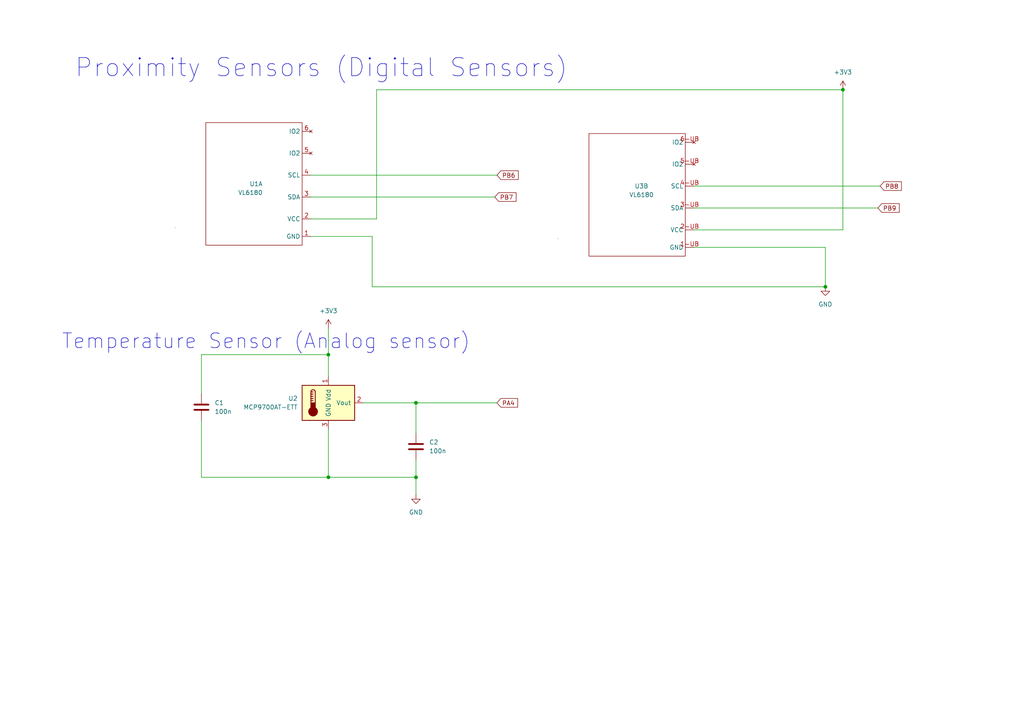
<source format=kicad_sch>
(kicad_sch (version 20211123) (generator eeschema)

  (uuid ae78189d-79c7-41a0-b77c-3bb766898352)

  (paper "A4")

  (title_block
    (title "Sensors")
    (date "2022-03-04")
    (rev "01")
    (company "University of Cape Town")
    (comment 1 "Author: Munashe Chihota")
  )

  (lib_symbols
    (symbol "Device:C" (pin_numbers hide) (pin_names (offset 0.254)) (in_bom yes) (on_board yes)
      (property "Reference" "C" (id 0) (at 0.635 2.54 0)
        (effects (font (size 1.27 1.27)) (justify left))
      )
      (property "Value" "C" (id 1) (at 0.635 -2.54 0)
        (effects (font (size 1.27 1.27)) (justify left))
      )
      (property "Footprint" "" (id 2) (at 0.9652 -3.81 0)
        (effects (font (size 1.27 1.27)) hide)
      )
      (property "Datasheet" "~" (id 3) (at 0 0 0)
        (effects (font (size 1.27 1.27)) hide)
      )
      (property "ki_keywords" "cap capacitor" (id 4) (at 0 0 0)
        (effects (font (size 1.27 1.27)) hide)
      )
      (property "ki_description" "Unpolarized capacitor" (id 5) (at 0 0 0)
        (effects (font (size 1.27 1.27)) hide)
      )
      (property "ki_fp_filters" "C_*" (id 6) (at 0 0 0)
        (effects (font (size 1.27 1.27)) hide)
      )
      (symbol "C_0_1"
        (polyline
          (pts
            (xy -2.032 -0.762)
            (xy 2.032 -0.762)
          )
          (stroke (width 0.508) (type default) (color 0 0 0 0))
          (fill (type none))
        )
        (polyline
          (pts
            (xy -2.032 0.762)
            (xy 2.032 0.762)
          )
          (stroke (width 0.508) (type default) (color 0 0 0 0))
          (fill (type none))
        )
      )
      (symbol "C_1_1"
        (pin passive line (at 0 3.81 270) (length 2.794)
          (name "~" (effects (font (size 1.27 1.27))))
          (number "1" (effects (font (size 1.27 1.27))))
        )
        (pin passive line (at 0 -3.81 90) (length 2.794)
          (name "~" (effects (font (size 1.27 1.27))))
          (number "2" (effects (font (size 1.27 1.27))))
        )
      )
    )
    (symbol "Project sensors:VL6180" (in_bom yes) (on_board yes)
      (property "Reference" "U" (id 0) (at 0 0 0)
        (effects (font (size 1.27 1.27)))
      )
      (property "Value" "VL6180" (id 1) (at 0 -2.54 0)
        (effects (font (size 1.27 1.27)))
      )
      (property "Footprint" "" (id 2) (at 0 0 0)
        (effects (font (size 1.27 1.27)) hide)
      )
      (property "Datasheet" "" (id 3) (at 0 0 0)
        (effects (font (size 1.27 1.27)) hide)
      )
      (symbol "VL6180_0_1"
        (rectangle (start -13.97 12.7) (end 13.97 -22.86)
          (stroke (width 0) (type default) (color 0 0 0 0))
          (fill (type none))
        )
        (rectangle (start 22.86 -17.78) (end 22.86 -17.78)
          (stroke (width 0) (type default) (color 0 0 0 0))
          (fill (type none))
        )
      )
      (symbol "VL6180_1_1"
        (pin passive line (at -16.51 -20.32 0) (length 2.54)
          (name "GND" (effects (font (size 1.27 1.27))))
          (number "1" (effects (font (size 1.27 1.27))))
        )
        (pin power_in line (at -16.51 -15.24 0) (length 2.54)
          (name "VCC" (effects (font (size 1.27 1.27))))
          (number "2" (effects (font (size 1.27 1.27))))
        )
        (pin output line (at -16.51 -8.89 0) (length 2.54)
          (name "SDA" (effects (font (size 1.27 1.27))))
          (number "3" (effects (font (size 1.27 1.27))))
        )
        (pin output line (at -16.51 -2.54 0) (length 2.54)
          (name "SCL" (effects (font (size 1.27 1.27))))
          (number "4" (effects (font (size 1.27 1.27))))
        )
        (pin no_connect line (at -16.51 3.81 0) (length 2.54)
          (name "IO2" (effects (font (size 1.27 1.27))))
          (number "5" (effects (font (size 1.27 1.27))))
        )
        (pin no_connect line (at -16.51 10.16 0) (length 2.54)
          (name "IO2" (effects (font (size 1.27 1.27))))
          (number "6" (effects (font (size 1.27 1.27))))
        )
      )
      (symbol "VL6180_2_1"
        (pin passive line (at -16.51 -20.32 0) (length 2.54)
          (name "GND" (effects (font (size 1.27 1.27))))
          (number "1-UB" (effects (font (size 1.27 1.27))))
        )
        (pin power_in line (at -16.51 -15.24 0) (length 2.54)
          (name "VCC" (effects (font (size 1.27 1.27))))
          (number "2-UB" (effects (font (size 1.27 1.27))))
        )
        (pin output line (at -16.51 -8.89 0) (length 2.54)
          (name "SDA" (effects (font (size 1.27 1.27))))
          (number "3-UB" (effects (font (size 1.27 1.27))))
        )
        (pin output line (at -16.51 -2.54 0) (length 2.54)
          (name "SCL" (effects (font (size 1.27 1.27))))
          (number "4-UB" (effects (font (size 1.27 1.27))))
        )
        (pin no_connect line (at -16.51 3.81 0) (length 2.54)
          (name "IO2" (effects (font (size 1.27 1.27))))
          (number "5-UB" (effects (font (size 1.27 1.27))))
        )
        (pin no_connect line (at -16.51 10.16 0) (length 2.54)
          (name "IO2" (effects (font (size 1.27 1.27))))
          (number "6-UB" (effects (font (size 1.27 1.27))))
        )
      )
    )
    (symbol "Sensor_Temperature:MCP9700AT-ETT" (pin_names (offset 1.016)) (in_bom yes) (on_board yes)
      (property "Reference" "U" (id 0) (at -6.35 6.35 0)
        (effects (font (size 1.27 1.27)))
      )
      (property "Value" "MCP9700AT-ETT" (id 1) (at 1.27 6.35 0)
        (effects (font (size 1.27 1.27)) (justify left))
      )
      (property "Footprint" "Package_TO_SOT_SMD:SOT-23" (id 2) (at 0 -10.16 0)
        (effects (font (size 1.27 1.27)) hide)
      )
      (property "Datasheet" "http://ww1.microchip.com/downloads/en/DeviceDoc/21942e.pdf" (id 3) (at -3.81 6.35 0)
        (effects (font (size 1.27 1.27)) hide)
      )
      (property "ki_keywords" "temperature sensor thermistor" (id 4) (at 0 0 0)
        (effects (font (size 1.27 1.27)) hide)
      )
      (property "ki_description" "Low power, analog thermistor temperature sensor, ±2C accuracy, -40C to +125C, in SOT-23-3" (id 5) (at 0 0 0)
        (effects (font (size 1.27 1.27)) hide)
      )
      (property "ki_fp_filters" "SOT?23*" (id 6) (at 0 0 0)
        (effects (font (size 1.27 1.27)) hide)
      )
      (symbol "MCP9700AT-ETT_0_1"
        (rectangle (start -7.62 5.08) (end 7.62 -5.08)
          (stroke (width 0.254) (type default) (color 0 0 0 0))
          (fill (type background))
        )
        (circle (center -4.445 -2.54) (radius 1.27)
          (stroke (width 0.254) (type default) (color 0 0 0 0))
          (fill (type outline))
        )
        (rectangle (start -3.81 -1.905) (end -5.08 0)
          (stroke (width 0.254) (type default) (color 0 0 0 0))
          (fill (type outline))
        )
        (arc (start -3.81 3.175) (mid -4.445 3.81) (end -5.08 3.175)
          (stroke (width 0.254) (type default) (color 0 0 0 0))
          (fill (type none))
        )
        (polyline
          (pts
            (xy -5.08 0.635)
            (xy -4.445 0.635)
          )
          (stroke (width 0.254) (type default) (color 0 0 0 0))
          (fill (type none))
        )
        (polyline
          (pts
            (xy -5.08 1.27)
            (xy -4.445 1.27)
          )
          (stroke (width 0.254) (type default) (color 0 0 0 0))
          (fill (type none))
        )
        (polyline
          (pts
            (xy -5.08 1.905)
            (xy -4.445 1.905)
          )
          (stroke (width 0.254) (type default) (color 0 0 0 0))
          (fill (type none))
        )
        (polyline
          (pts
            (xy -5.08 2.54)
            (xy -4.445 2.54)
          )
          (stroke (width 0.254) (type default) (color 0 0 0 0))
          (fill (type none))
        )
        (polyline
          (pts
            (xy -5.08 3.175)
            (xy -5.08 0)
          )
          (stroke (width 0.254) (type default) (color 0 0 0 0))
          (fill (type none))
        )
        (polyline
          (pts
            (xy -5.08 3.175)
            (xy -4.445 3.175)
          )
          (stroke (width 0.254) (type default) (color 0 0 0 0))
          (fill (type none))
        )
        (polyline
          (pts
            (xy -3.81 3.175)
            (xy -3.81 0)
          )
          (stroke (width 0.254) (type default) (color 0 0 0 0))
          (fill (type none))
        )
      )
      (symbol "MCP9700AT-ETT_1_1"
        (pin power_in line (at 0 7.62 270) (length 2.54)
          (name "Vdd" (effects (font (size 1.27 1.27))))
          (number "1" (effects (font (size 1.27 1.27))))
        )
        (pin output line (at 10.16 0 180) (length 2.54)
          (name "Vout" (effects (font (size 1.27 1.27))))
          (number "2" (effects (font (size 1.27 1.27))))
        )
        (pin power_in line (at 0 -7.62 90) (length 2.54)
          (name "GND" (effects (font (size 1.27 1.27))))
          (number "3" (effects (font (size 1.27 1.27))))
        )
      )
    )
    (symbol "power:+3.3V" (power) (pin_names (offset 0)) (in_bom yes) (on_board yes)
      (property "Reference" "#PWR" (id 0) (at 0 -3.81 0)
        (effects (font (size 1.27 1.27)) hide)
      )
      (property "Value" "+3.3V" (id 1) (at 0 3.556 0)
        (effects (font (size 1.27 1.27)))
      )
      (property "Footprint" "" (id 2) (at 0 0 0)
        (effects (font (size 1.27 1.27)) hide)
      )
      (property "Datasheet" "" (id 3) (at 0 0 0)
        (effects (font (size 1.27 1.27)) hide)
      )
      (property "ki_keywords" "power-flag" (id 4) (at 0 0 0)
        (effects (font (size 1.27 1.27)) hide)
      )
      (property "ki_description" "Power symbol creates a global label with name \"+3.3V\"" (id 5) (at 0 0 0)
        (effects (font (size 1.27 1.27)) hide)
      )
      (symbol "+3.3V_0_1"
        (polyline
          (pts
            (xy -0.762 1.27)
            (xy 0 2.54)
          )
          (stroke (width 0) (type default) (color 0 0 0 0))
          (fill (type none))
        )
        (polyline
          (pts
            (xy 0 0)
            (xy 0 2.54)
          )
          (stroke (width 0) (type default) (color 0 0 0 0))
          (fill (type none))
        )
        (polyline
          (pts
            (xy 0 2.54)
            (xy 0.762 1.27)
          )
          (stroke (width 0) (type default) (color 0 0 0 0))
          (fill (type none))
        )
      )
      (symbol "+3.3V_1_1"
        (pin power_in line (at 0 0 90) (length 0) hide
          (name "+3V3" (effects (font (size 1.27 1.27))))
          (number "1" (effects (font (size 1.27 1.27))))
        )
      )
    )
    (symbol "power:GND" (power) (pin_names (offset 0)) (in_bom yes) (on_board yes)
      (property "Reference" "#PWR" (id 0) (at 0 -6.35 0)
        (effects (font (size 1.27 1.27)) hide)
      )
      (property "Value" "GND" (id 1) (at 0 -3.81 0)
        (effects (font (size 1.27 1.27)))
      )
      (property "Footprint" "" (id 2) (at 0 0 0)
        (effects (font (size 1.27 1.27)) hide)
      )
      (property "Datasheet" "" (id 3) (at 0 0 0)
        (effects (font (size 1.27 1.27)) hide)
      )
      (property "ki_keywords" "power-flag" (id 4) (at 0 0 0)
        (effects (font (size 1.27 1.27)) hide)
      )
      (property "ki_description" "Power symbol creates a global label with name \"GND\" , ground" (id 5) (at 0 0 0)
        (effects (font (size 1.27 1.27)) hide)
      )
      (symbol "GND_0_1"
        (polyline
          (pts
            (xy 0 0)
            (xy 0 -1.27)
            (xy 1.27 -1.27)
            (xy 0 -2.54)
            (xy -1.27 -1.27)
            (xy 0 -1.27)
          )
          (stroke (width 0) (type default) (color 0 0 0 0))
          (fill (type none))
        )
      )
      (symbol "GND_1_1"
        (pin power_in line (at 0 0 270) (length 0) hide
          (name "GND" (effects (font (size 1.27 1.27))))
          (number "1" (effects (font (size 1.27 1.27))))
        )
      )
    )
  )

  (junction (at 120.65 116.84) (diameter 0) (color 0 0 0 0)
    (uuid 22994ef8-f5fd-4ef8-bae4-f9bc4121ee65)
  )
  (junction (at 120.65 138.43) (diameter 0) (color 0 0 0 0)
    (uuid 2e484963-b269-42b3-9486-24df28465ede)
  )
  (junction (at 95.25 138.43) (diameter 0) (color 0 0 0 0)
    (uuid 37636792-b110-4a70-a465-350de15a2496)
  )
  (junction (at 95.25 102.87) (diameter 0) (color 0 0 0 0)
    (uuid 89ce4106-b0fc-45ca-bb1b-a065cb824a5e)
  )
  (junction (at 244.475 26.035) (diameter 0) (color 0 0 0 0)
    (uuid c8d528ba-3961-4b69-9675-6c6f1ce7bccc)
  )
  (junction (at 239.395 83.185) (diameter 0) (color 0 0 0 0)
    (uuid d3d1a386-772b-4630-aabd-690d3755c005)
  )

  (wire (pts (xy 239.395 83.82) (xy 239.395 83.185))
    (stroke (width 0) (type default) (color 0 0 0 0))
    (uuid 0394f42c-0f96-4902-b9bc-ce5a0cd02b01)
  )
  (wire (pts (xy 239.395 83.185) (xy 239.395 71.755))
    (stroke (width 0) (type default) (color 0 0 0 0))
    (uuid 19e8565e-156d-426b-8872-885c00f5b612)
  )
  (wire (pts (xy 109.22 63.5) (xy 109.22 26.035))
    (stroke (width 0) (type default) (color 0 0 0 0))
    (uuid 1aa7d25b-1a43-4efc-b9e3-6eab91a7fd7c)
  )
  (wire (pts (xy 58.42 121.92) (xy 58.42 138.43))
    (stroke (width 0) (type default) (color 0 0 0 0))
    (uuid 2f677aa4-d5a3-4a37-97a5-385066770256)
  )
  (wire (pts (xy 107.95 83.185) (xy 239.395 83.185))
    (stroke (width 0) (type default) (color 0 0 0 0))
    (uuid 30358baa-6688-425e-bd26-c22529e684e8)
  )
  (wire (pts (xy 90.17 50.8) (xy 144.145 50.8))
    (stroke (width 0) (type default) (color 0 0 0 0))
    (uuid 33019ed2-3cb7-4330-a520-d0d3c67a0fcf)
  )
  (wire (pts (xy 95.25 95.25) (xy 95.25 102.87))
    (stroke (width 0) (type default) (color 0 0 0 0))
    (uuid 335b6517-ea4c-4118-ad85-99a74ff64842)
  )
  (wire (pts (xy 58.42 102.87) (xy 95.25 102.87))
    (stroke (width 0) (type default) (color 0 0 0 0))
    (uuid 3d5fc258-4afe-4799-97d4-64e4760fb36d)
  )
  (wire (pts (xy 109.22 26.035) (xy 244.475 26.035))
    (stroke (width 0) (type default) (color 0 0 0 0))
    (uuid 4b56b261-6c1b-4db0-921b-99d34d61a28a)
  )
  (wire (pts (xy 95.25 124.46) (xy 95.25 138.43))
    (stroke (width 0) (type default) (color 0 0 0 0))
    (uuid 4cfff88e-f608-47c4-b991-93836701e9ba)
  )
  (wire (pts (xy 144.145 116.84) (xy 120.65 116.84))
    (stroke (width 0) (type default) (color 0 0 0 0))
    (uuid 518ae3d6-70dd-4fe7-a620-845c686040c4)
  )
  (wire (pts (xy 201.295 66.675) (xy 244.475 66.675))
    (stroke (width 0) (type default) (color 0 0 0 0))
    (uuid 58795e14-fdd1-4365-af51-f88d63c965e1)
  )
  (wire (pts (xy 244.475 66.675) (xy 244.475 26.035))
    (stroke (width 0) (type default) (color 0 0 0 0))
    (uuid 59bc79d4-9dec-4075-80e9-91ecdebc5b92)
  )
  (wire (pts (xy 201.295 60.325) (xy 254.635 60.325))
    (stroke (width 0) (type default) (color 0 0 0 0))
    (uuid 64876363-f658-47bf-87cd-9c41cc2fe23a)
  )
  (wire (pts (xy 90.17 57.15) (xy 143.51 57.15))
    (stroke (width 0) (type default) (color 0 0 0 0))
    (uuid 6834abf4-bd8c-44c9-97ca-cac11b4ec607)
  )
  (wire (pts (xy 105.41 116.84) (xy 120.65 116.84))
    (stroke (width 0) (type default) (color 0 0 0 0))
    (uuid 8007f312-2c5f-4179-9d89-d222f4ad4846)
  )
  (wire (pts (xy 95.25 138.43) (xy 120.65 138.43))
    (stroke (width 0) (type default) (color 0 0 0 0))
    (uuid 85f27ba3-a186-4587-9d11-ec6ebf3eae31)
  )
  (wire (pts (xy 95.25 102.87) (xy 95.25 109.22))
    (stroke (width 0) (type default) (color 0 0 0 0))
    (uuid 8dcf038f-2b4a-4a63-a1c1-b26d1e0577ea)
  )
  (wire (pts (xy 120.65 116.84) (xy 120.65 125.73))
    (stroke (width 0) (type default) (color 0 0 0 0))
    (uuid 9a4854b8-c3bf-486f-b48a-0aaf068617aa)
  )
  (wire (pts (xy 58.42 138.43) (xy 95.25 138.43))
    (stroke (width 0) (type default) (color 0 0 0 0))
    (uuid ac5bf277-3416-495c-afc2-55995107a595)
  )
  (wire (pts (xy 201.295 53.975) (xy 255.27 53.975))
    (stroke (width 0) (type default) (color 0 0 0 0))
    (uuid bb74141f-7054-468a-a319-712278e9c4f9)
  )
  (wire (pts (xy 90.17 68.58) (xy 107.95 68.58))
    (stroke (width 0) (type default) (color 0 0 0 0))
    (uuid be958b20-cb67-4b2d-91ba-c8b8c9adf45d)
  )
  (wire (pts (xy 201.295 71.755) (xy 239.395 71.755))
    (stroke (width 0) (type default) (color 0 0 0 0))
    (uuid c5fc8077-cb75-47e2-8076-a570c867840c)
  )
  (wire (pts (xy 107.95 68.58) (xy 107.95 83.185))
    (stroke (width 0) (type default) (color 0 0 0 0))
    (uuid c934343e-4ceb-4c84-b37d-a9815bd6f75f)
  )
  (wire (pts (xy 120.65 138.43) (xy 120.65 143.51))
    (stroke (width 0) (type default) (color 0 0 0 0))
    (uuid d07f21eb-823b-4131-acb0-2fd90e8c76eb)
  )
  (wire (pts (xy 120.65 133.35) (xy 120.65 138.43))
    (stroke (width 0) (type default) (color 0 0 0 0))
    (uuid db359b5e-dfa7-45aa-8a8b-9dda3b450993)
  )
  (wire (pts (xy 58.42 114.3) (xy 58.42 102.87))
    (stroke (width 0) (type default) (color 0 0 0 0))
    (uuid e1ef9899-509f-49f8-8002-183633b7f7bb)
  )
  (wire (pts (xy 90.17 63.5) (xy 109.22 63.5))
    (stroke (width 0) (type default) (color 0 0 0 0))
    (uuid f054af60-f9aa-47f4-a250-d5e6079f3652)
  )

  (text "Temperature Sensor (Analog sensor)" (at 17.78 101.6 0)
    (effects (font (size 4.27 4.27)) (justify left bottom))
    (uuid 4cc2393c-6bba-4e59-b16c-c602664b6507)
  )
  (text "Proximity Sensors (Digital Sensors) " (at 21.59 22.86 0)
    (effects (font (size 5.27 5.27)) (justify left bottom))
    (uuid 861f043e-3973-495f-8112-7f821a1733fe)
  )

  (global_label "PB9" (shape input) (at 254.635 60.325 0) (fields_autoplaced)
    (effects (font (size 1.27 1.27)) (justify left))
    (uuid 41617254-842e-4826-8eba-d20eb2341e9b)
    (property "Intersheet References" "${INTERSHEET_REFS}" (id 0) (at 260.7976 60.2456 0)
      (effects (font (size 1.27 1.27)) (justify left) hide)
    )
  )
  (global_label "PA4" (shape input) (at 144.145 116.84 0) (fields_autoplaced)
    (effects (font (size 1.27 1.27)) (justify left))
    (uuid 68119dc9-2959-46bc-9cd9-8eb254d6e684)
    (property "Intersheet References" "${INTERSHEET_REFS}" (id 0) (at 150.1262 116.7606 0)
      (effects (font (size 1.27 1.27)) (justify left) hide)
    )
  )
  (global_label "PB8" (shape input) (at 255.27 53.975 0) (fields_autoplaced)
    (effects (font (size 1.27 1.27)) (justify left))
    (uuid c825d62f-901d-4a56-82ed-7647214129ca)
    (property "Intersheet References" "${INTERSHEET_REFS}" (id 0) (at 261.4326 53.8956 0)
      (effects (font (size 1.27 1.27)) (justify left) hide)
    )
  )
  (global_label "PB7" (shape input) (at 143.51 57.15 0) (fields_autoplaced)
    (effects (font (size 1.27 1.27)) (justify left))
    (uuid d9368a4d-fd51-4a6f-8104-4c0675e17147)
    (property "Intersheet References" "${INTERSHEET_REFS}" (id 0) (at 149.6726 57.0706 0)
      (effects (font (size 1.27 1.27)) (justify left) hide)
    )
  )
  (global_label "PB6" (shape input) (at 144.145 50.8 0) (fields_autoplaced)
    (effects (font (size 1.27 1.27)) (justify left))
    (uuid edc81be3-0355-4cdd-b39f-29200f4a4f10)
    (property "Intersheet References" "${INTERSHEET_REFS}" (id 0) (at 150.3076 50.7206 0)
      (effects (font (size 1.27 1.27)) (justify left) hide)
    )
  )

  (symbol (lib_id "Device:C") (at 58.42 118.11 0) (unit 1)
    (in_bom yes) (on_board yes) (fields_autoplaced)
    (uuid 14a7a41a-7b62-4b9d-8496-102da86f2afa)
    (property "Reference" "C1" (id 0) (at 62.23 116.8399 0)
      (effects (font (size 1.27 1.27)) (justify left))
    )
    (property "Value" "100n" (id 1) (at 62.23 119.3799 0)
      (effects (font (size 1.27 1.27)) (justify left))
    )
    (property "Footprint" "" (id 2) (at 59.3852 121.92 0)
      (effects (font (size 1.27 1.27)) hide)
    )
    (property "Datasheet" "~" (id 3) (at 58.42 118.11 0)
      (effects (font (size 1.27 1.27)) hide)
    )
    (pin "1" (uuid c3551f09-b656-4de3-892a-95e2028d6361))
    (pin "2" (uuid 67177b3b-4a4d-4265-bffe-660ca42478b9))
  )

  (symbol (lib_id "Device:C") (at 120.65 129.54 0) (unit 1)
    (in_bom yes) (on_board yes) (fields_autoplaced)
    (uuid 1d7a1f08-2a54-4d67-beed-949bdafd4d01)
    (property "Reference" "C2" (id 0) (at 124.46 128.2699 0)
      (effects (font (size 1.27 1.27)) (justify left))
    )
    (property "Value" "100n" (id 1) (at 124.46 130.8099 0)
      (effects (font (size 1.27 1.27)) (justify left))
    )
    (property "Footprint" "" (id 2) (at 121.6152 133.35 0)
      (effects (font (size 1.27 1.27)) hide)
    )
    (property "Datasheet" "~" (id 3) (at 120.65 129.54 0)
      (effects (font (size 1.27 1.27)) hide)
    )
    (pin "1" (uuid 487f9ab1-b70b-4b81-8d64-574ced2fcbee))
    (pin "2" (uuid 2b8e8967-c886-474d-bdd5-e60203fe6e09))
  )

  (symbol (lib_id "power:+3.3V") (at 244.475 26.035 0) (unit 1)
    (in_bom yes) (on_board yes) (fields_autoplaced)
    (uuid 2f515cee-ce63-4973-8baa-a90587c2f806)
    (property "Reference" "#PWR018" (id 0) (at 244.475 29.845 0)
      (effects (font (size 1.27 1.27)) hide)
    )
    (property "Value" "+3.3V" (id 1) (at 244.475 20.955 0))
    (property "Footprint" "" (id 2) (at 244.475 26.035 0)
      (effects (font (size 1.27 1.27)) hide)
    )
    (property "Datasheet" "" (id 3) (at 244.475 26.035 0)
      (effects (font (size 1.27 1.27)) hide)
    )
    (pin "1" (uuid 76539691-97ce-4bab-91ca-c2cb94dc3b82))
  )

  (symbol (lib_id "Project sensors:VL6180") (at 73.66 48.26 0) (mirror y) (unit 1)
    (in_bom yes) (on_board yes)
    (uuid 5779b994-96a2-4544-890f-061364faf9d3)
    (property "Reference" "U1" (id 0) (at 76.2 53.34 0)
      (effects (font (size 1.27 1.27)) (justify left))
    )
    (property "Value" "VL6180" (id 1) (at 76.2 55.88 0)
      (effects (font (size 1.27 1.27)) (justify left))
    )
    (property "Footprint" "" (id 2) (at 73.66 48.26 0)
      (effects (font (size 1.27 1.27)) hide)
    )
    (property "Datasheet" "" (id 3) (at 73.66 48.26 0)
      (effects (font (size 1.27 1.27)) hide)
    )
    (pin "1" (uuid 30b7d69a-b604-4f8b-9c81-232b5aab7fa3))
    (pin "2" (uuid 07a903db-a5a7-4415-ad58-a333c946a8bb))
    (pin "3" (uuid a29152ba-62f6-48d3-9e45-c8154083a1ba))
    (pin "4" (uuid a31263f2-fa40-426c-a707-33f922884cc2))
    (pin "5" (uuid 489d4baa-cbdd-4463-978e-78d7c4b36a33))
    (pin "6" (uuid f35956fe-910e-4bef-a03f-873e538f1193))
  )

  (symbol (lib_id "power:GND") (at 120.65 143.51 0) (unit 1)
    (in_bom yes) (on_board yes) (fields_autoplaced)
    (uuid 93718ab1-d540-4371-bdef-40721b39c1f7)
    (property "Reference" "#PWR0102" (id 0) (at 120.65 149.86 0)
      (effects (font (size 1.27 1.27)) hide)
    )
    (property "Value" "GND" (id 1) (at 120.65 148.59 0))
    (property "Footprint" "" (id 2) (at 120.65 143.51 0)
      (effects (font (size 1.27 1.27)) hide)
    )
    (property "Datasheet" "" (id 3) (at 120.65 143.51 0)
      (effects (font (size 1.27 1.27)) hide)
    )
    (pin "1" (uuid 9a5585bc-b9a2-419c-b5e4-8e7eed41ac57))
  )

  (symbol (lib_id "Project sensors:VL6180") (at 184.785 51.435 0) (mirror y) (unit 2)
    (in_bom yes) (on_board yes)
    (uuid b7420b61-b326-4806-9c72-ef3972f52928)
    (property "Reference" "U3" (id 0) (at 186.055 53.975 0))
    (property "Value" "VL6180" (id 1) (at 186.055 56.515 0))
    (property "Footprint" "" (id 2) (at 184.785 51.435 0)
      (effects (font (size 1.27 1.27)) hide)
    )
    (property "Datasheet" "" (id 3) (at 184.785 51.435 0)
      (effects (font (size 1.27 1.27)) hide)
    )
    (pin "1-UB" (uuid 59675c85-853a-4af8-b346-dfcd3fa52b1e))
    (pin "2-UB" (uuid a7e2cf14-0aff-4c07-803d-eec9013c68fa))
    (pin "3-UB" (uuid 6a8a7f32-5f70-4888-ae45-150defe58ddc))
    (pin "4-UB" (uuid f8e6d388-ba19-44ce-a46e-0e4b003e1be0))
    (pin "5-UB" (uuid 0ae05aa3-465d-4e1e-b35d-740619166203))
    (pin "6-UB" (uuid 79726532-5210-4140-a1b1-982fda0334a9))
  )

  (symbol (lib_id "power:+3.3V") (at 95.25 95.25 0) (unit 1)
    (in_bom yes) (on_board yes) (fields_autoplaced)
    (uuid d7914e86-566c-43d5-a251-67c831a40afd)
    (property "Reference" "#PWR0101" (id 0) (at 95.25 99.06 0)
      (effects (font (size 1.27 1.27)) hide)
    )
    (property "Value" "+3.3V" (id 1) (at 95.25 90.17 0))
    (property "Footprint" "" (id 2) (at 95.25 95.25 0)
      (effects (font (size 1.27 1.27)) hide)
    )
    (property "Datasheet" "" (id 3) (at 95.25 95.25 0)
      (effects (font (size 1.27 1.27)) hide)
    )
    (pin "1" (uuid 30025812-2dad-43e0-b5e3-f8b5087d6e3d))
  )

  (symbol (lib_id "Sensor_Temperature:MCP9700AT-ETT") (at 95.25 116.84 0) (unit 1)
    (in_bom yes) (on_board yes) (fields_autoplaced)
    (uuid da9cac19-080a-44fc-94cf-8e4d6da93cd3)
    (property "Reference" "U2" (id 0) (at 86.36 115.5699 0)
      (effects (font (size 1.27 1.27)) (justify right))
    )
    (property "Value" "MCP9700AT-ETT" (id 1) (at 86.36 118.1099 0)
      (effects (font (size 1.27 1.27)) (justify right))
    )
    (property "Footprint" "Package_TO_SOT_SMD:SOT-23" (id 2) (at 95.25 127 0)
      (effects (font (size 1.27 1.27)) hide)
    )
    (property "Datasheet" "http://ww1.microchip.com/downloads/en/DeviceDoc/21942e.pdf" (id 3) (at 91.44 110.49 0)
      (effects (font (size 1.27 1.27)) hide)
    )
    (pin "1" (uuid 2b23d0e4-c3a2-4f0d-9455-e00e556f6b81))
    (pin "2" (uuid 5830b252-f9bf-4c02-87b8-7eda50f7a6a1))
    (pin "3" (uuid bbe51e1f-e697-4c04-8bf9-02c0c3c6731e))
  )

  (symbol (lib_id "power:GND") (at 239.395 83.185 0) (unit 1)
    (in_bom yes) (on_board yes) (fields_autoplaced)
    (uuid e6024f9f-8e68-45e7-a471-d53cf11ecf66)
    (property "Reference" "#PWR017" (id 0) (at 239.395 89.535 0)
      (effects (font (size 1.27 1.27)) hide)
    )
    (property "Value" "GND" (id 1) (at 239.395 88.265 0))
    (property "Footprint" "" (id 2) (at 239.395 83.185 0)
      (effects (font (size 1.27 1.27)) hide)
    )
    (property "Datasheet" "" (id 3) (at 239.395 83.185 0)
      (effects (font (size 1.27 1.27)) hide)
    )
    (pin "1" (uuid fc206e79-b709-403d-8b44-70d4923fc6f9))
  )
)

</source>
